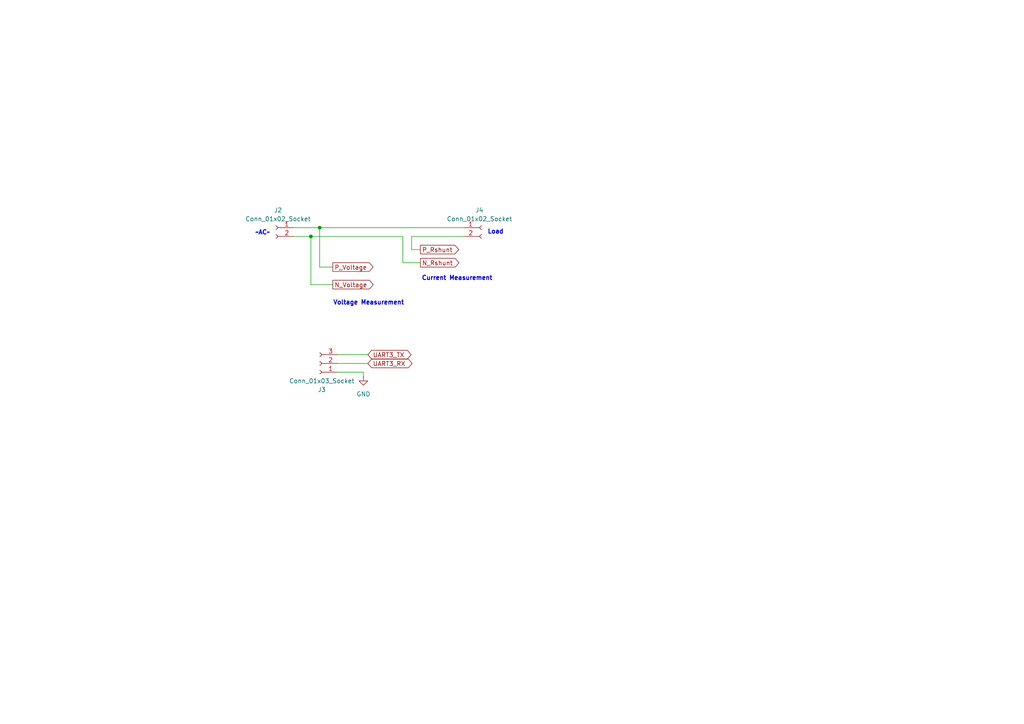
<source format=kicad_sch>
(kicad_sch (version 20231120) (generator "eeschema") (generator_version "8.0")
  (paper "A4")
  (lib_symbols
    (symbol "Connector:Conn_01x02_Socket" (pin_names (offset 1.016) hide)
      (property "Reference" "J" (at 0 2.54 0))
      (property "Value" "Conn_01x02_Socket" (at 0 -5.08 0))
      (symbol "Conn_01x02_Socket_1_1"
        (arc (start 0 -2.032) (mid -0.5058 -2.54) (end 0 -3.048) (stroke (width 0.1524)))
        (polyline (pts (xy -1.27 -2.54) (xy -0.508 -2.54)) (stroke (width 0.1524)))
        (polyline (pts (xy -1.27 0) (xy -0.508 0)) (stroke (width 0.1524)))
        (arc (start 0 0.508) (mid -0.5058 0) (end 0 -0.508) (stroke (width 0.1524)))
        (pin passive line (at -5.08 0 0) (length 3.81) (name "Pin_1") (number "1"))
        (pin passive line (at -5.08 -2.54 0) (length 3.81) (name "Pin_2") (number "2"))
      )
    )
    (symbol "Connector:Conn_01x03_Socket" (pin_names (offset 1.016) hide)
      (property "Reference" "J" (at 0 5.08 0))
      (property "Value" "Conn_01x03_Socket" (at 0 -5.08 0))
      (symbol "Conn_01x03_Socket_1_1"
        (arc (start 0 -2.032) (mid -0.5058 -2.54) (end 0 -3.048) (stroke (width 0.1524)))
        (polyline (pts (xy -1.27 -2.54) (xy -0.508 -2.54)) (stroke (width 0.1524)))
        (polyline (pts (xy -1.27 0) (xy -0.508 0)) (stroke (width 0.1524)))
        (polyline (pts (xy -1.27 2.54) (xy -0.508 2.54)) (stroke (width 0.1524)))
        (arc (start 0 0.508) (mid -0.5058 0) (end 0 -0.508) (stroke (width 0.1524)))
        (arc (start 0 3.048) (mid -0.5058 2.54) (end 0 2.032) (stroke (width 0.1524)))
        (pin passive line (at -5.08 2.54 0) (length 3.81) (name "Pin_1") (number "1"))
        (pin passive line (at -5.08 0 0) (length 3.81) (name "Pin_2") (number "2"))
        (pin passive line (at -5.08 -2.54 0) (length 3.81) (name "Pin_3") (number "3"))
      )
    )
    (symbol "power:GND" (power) (pin_numbers hide) (pin_names (offset 0) hide)
      (property "Value" "GND" (at 0 -3.81 0))
      (symbol "GND_0_1"
        (polyline (pts (xy 0 0) (xy 0 -1.27) (xy 1.27 -1.27) (xy 0 -2.54) (xy -1.27 -1.27) (xy 0 -1.27)))
      )
      (symbol "GND_1_1"
        (pin power_in line (at 0 0 270) (length 0) (name "~") (number "1"))
      )
    )
  )
  (junction (at 92.71 66.04))
  (junction (at 90.17 68.58))
  (wire (pts (xy 96.52 77.47) (xy 92.71 77.47)))
  (wire (pts (xy 97.79 105.41) (xy 106.68 105.41)))
  (wire (pts (xy 90.17 82.55) (xy 90.17 68.58)))
  (wire (pts (xy 119.38 68.58) (xy 134.62 68.58)))
  (wire (pts (xy 92.71 77.47) (xy 92.71 66.04)))
  (wire (pts (xy 96.52 82.55) (xy 90.17 82.55)))
  (wire (pts (xy 85.09 68.58) (xy 90.17 68.58)))
  (wire (pts (xy 116.84 76.2) (xy 116.84 68.58)))
  (wire (pts (xy 119.38 68.58) (xy 119.38 72.39)))
  (wire (pts (xy 119.38 72.39) (xy 121.92 72.39)))
  (wire (pts (xy 116.84 68.58) (xy 90.17 68.58)))
  (wire (pts (xy 92.71 66.04) (xy 134.62 66.04)))
  (wire (pts (xy 97.79 107.95) (xy 105.41 107.95)))
  (wire (pts (xy 121.92 76.2) (xy 116.84 76.2)))
  (wire (pts (xy 97.79 102.87) (xy 106.68 102.87)))
  (wire (pts (xy 85.09 66.04) (xy 92.71 66.04)))
  (wire (pts (xy 105.41 107.95) (xy 105.41 109.22)))
  (text "Voltage Measurement\n" (at 106.934 87.884 0) (effects (font (size 1.27 1.27) (thickness 0.254) (bold yes))))
  (text "Current Measurement\n" (at 132.588 80.772 0) (effects (font (size 1.27 1.27) (thickness 0.254) (bold yes))))
  (text "Load\n" (at 143.764 67.31 0) (effects (font (size 1.27 1.27) (thickness 0.254) (bold yes))))
  (text "~AC~" (at 76.2 67.564 0) (effects (font (size 1.27 1.27) (thickness 0.254) (bold yes))))
  (global_label "UART3_RX" (shape bidirectional) (at 106.68 105.41 0) (property "Intersheetrefs" "${INTERSHEET_REFS}" (effects (hide yes))))
  (global_label "P_Voltage" (shape output) (at 96.52 77.47 0) (property "Intersheetrefs" "${INTERSHEET_REFS}" (effects (hide yes))))
  (global_label "UART3_TX" (shape bidirectional) (at 106.68 102.87 0) (property "Intersheetrefs" "${INTERSHEET_REFS}" (effects (hide yes))))
  (global_label "N_Rshunt" (shape output) (at 121.92 76.2 0) (property "Intersheetrefs" "${INTERSHEET_REFS}" (effects (hide yes))))
  (global_label "N_Voltage" (shape output) (at 96.52 82.55 0) (property "Intersheetrefs" "${INTERSHEET_REFS}" (effects (hide yes))))
  (global_label "P_Rshunt" (shape output) (at 121.92 72.39 0) (property "Intersheetrefs" "${INTERSHEET_REFS}" (effects (hide yes))))
  (symbol (lib_id "Connector:Conn_01x03_Socket") (at 92.71 105.41 180) (unit 1)
    (property "Reference" "J3" (at 93.345 113.03 0))
    (property "Value" "Conn_01x03_Socket" (at 93.345 110.49 0))
    (property "Footprint" "Connector_PinHeader_2.54mm:PinHeader_1x03_P2.54mm_Vertical" (effects (hide yes)))
    (property "Description" "Generic connector, single row, 01x03, script generated" (effects (hide yes)))
  )
  (symbol (lib_id "Connector:Conn_01x02_Socket") (at 139.7 66.04 0) (unit 1)
    (property "Reference" "J4" (at 139.065 60.96 0))
    (property "Value" "Conn_01x02_Socket" (at 139.065 63.5 0))
    (property "Footprint" "Connector_Phoenix_MC_HighVoltage:PhoenixContact_MC_1,5_2-G-5.08_1x02_P5.08mm_Horizontal" (effects (hide yes)))
    (property "Description" "Generic connector, single row, 01x02, script generated" (effects (hide yes)))
  )
  (symbol (lib_id "Connector:Conn_01x02_Socket") (at 80.01 66.04 0) (mirror y) (unit 1)
    (property "Reference" "J2" (at 80.645 60.96 0))
    (property "Value" "Conn_01x02_Socket" (at 80.645 63.5 0))
    (property "Footprint" "Connector_Phoenix_MC_HighVoltage:PhoenixContact_MC_1,5_2-G-5.08_1x02_P5.08mm_Horizontal" (effects (hide yes)))
    (property "Description" "Generic connector, single row, 01x02, script generated" (effects (hide yes)))
  )
  (symbol (lib_id "power:GND") (at 105.41 109.22 0) (unit 1)
    (property "Reference" "#PWR069" (effects (hide yes)))
    (property "Value" "GND" (at 105.41 114.3 0))
    (property "Description" "Power symbol creates a global label with name \"GND\" , ground" (effects (hide yes)))
  )
)
</source>
